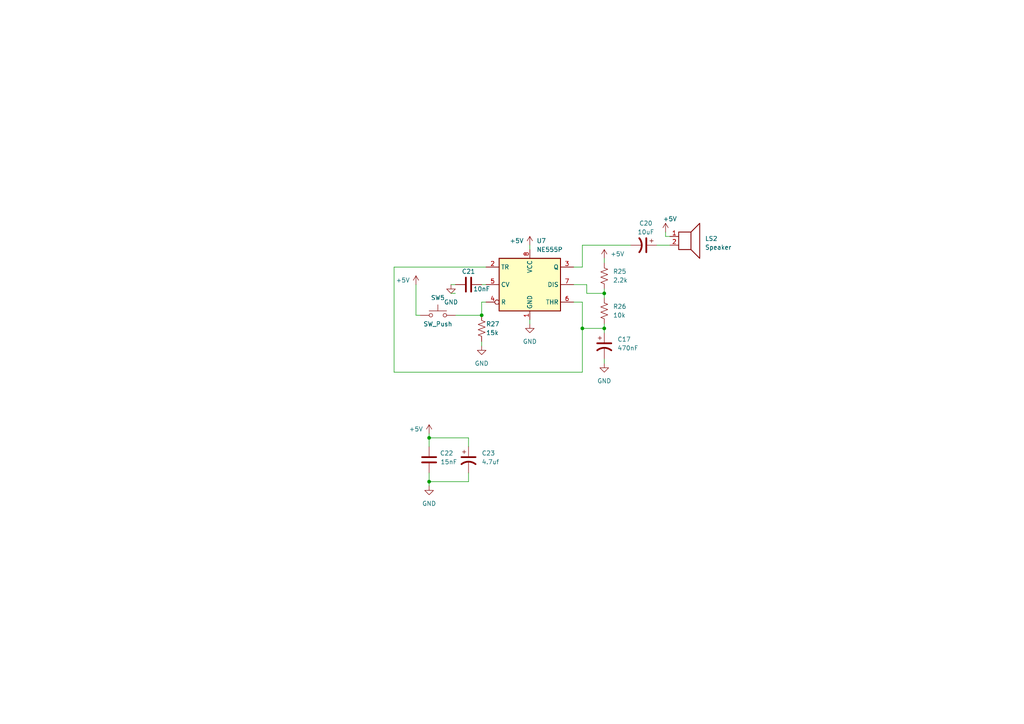
<source format=kicad_sch>
(kicad_sch (version 20230121) (generator eeschema)
  (paper "A4")
  (lib_symbols
    (symbol "Device:C" (pin_numbers hide) (pin_names (offset 0.254))
      (property "Reference" "C" (at 0.635 2.54 0))
      (property "Value" "C" (at 0.635 -2.54 0))
      (symbol "C_0_1"
        (polyline (pts (xy -2.032 -0.762) (xy 2.032 -0.762)) (stroke (width 0.508)))
        (polyline (pts (xy -2.032 0.762) (xy 2.032 0.762)) (stroke (width 0.508)))
      )
      (symbol "C_1_1"
        (pin passive line (at 0 3.81 270) (length 2.794) (name "~") (number "1"))
        (pin passive line (at 0 -3.81 90) (length 2.794) (name "~") (number "2"))
      )
    )
    (symbol "Device:C_Polarized_US" (pin_numbers hide) (pin_names (offset 0.254) hide)
      (property "Reference" "C" (at 0.635 2.54 0))
      (property "Value" "C_Polarized_US" (at 0.635 -2.54 0))
      (symbol "C_Polarized_US_0_1"
        (polyline (pts (xy -2.032 0.762) (xy 2.032 0.762)) (stroke (width 0.508)))
        (polyline (pts (xy -1.778 2.286) (xy -0.762 2.286)))
        (polyline (pts (xy -1.27 1.778) (xy -1.27 2.794)))
        (arc (start 2.032 -1.27) (mid 0 -0.5572) (end -2.032 -1.27) (stroke (width 0.508)))
      )
      (symbol "C_Polarized_US_1_1"
        (pin passive line (at 0 3.81 270) (length 2.794) (name "~") (number "1"))
        (pin passive line (at 0 -3.81 90) (length 3.302) (name "~") (number "2"))
      )
    )
    (symbol "Device:R_US" (pin_numbers hide) (pin_names (offset 0))
      (property "Reference" "R" (at 2.54 0 90))
      (property "Value" "R_US" (at -2.54 0 90))
      (symbol "R_US_0_1"
        (polyline (pts (xy 0 -2.286) (xy 0 -2.54)))
        (polyline (pts (xy 0 2.286) (xy 0 2.54)))
        (polyline (pts (xy 0 -0.762) (xy 1.016 -1.143) (xy 0 -1.524) (xy -1.016 -1.905) (xy 0 -2.286)))
        (polyline (pts (xy 0 0.762) (xy 1.016 0.381) (xy 0 0) (xy -1.016 -0.381) (xy 0 -0.762)))
        (polyline (pts (xy 0 2.286) (xy 1.016 1.905) (xy 0 1.524) (xy -1.016 1.143) (xy 0 0.762)))
      )
      (symbol "R_US_1_1"
        (pin passive line (at 0 3.81 270) (length 1.27) (name "~") (number "1"))
        (pin passive line (at 0 -3.81 90) (length 1.27) (name "~") (number "2"))
      )
    )
    (symbol "Device:Speaker" (pin_names (offset 0) hide)
      (property "Reference" "LS" (at 1.27 5.715 0))
      (property "Value" "Speaker" (at 1.27 3.81 0))
      (symbol "Speaker_0_0"
        (rectangle (start -2.54 1.27) (end 1.016 -3.81) (stroke (width 0.254)))
        (polyline (pts (xy 1.016 1.27) (xy 3.556 3.81) (xy 3.556 -6.35) (xy 1.016 -3.81)) (stroke (width 0.254)))
      )
      (symbol "Speaker_1_1"
        (pin input line (at -5.08 0 0) (length 2.54) (name "1") (number "1"))
        (pin input line (at -5.08 -2.54 0) (length 2.54) (name "2") (number "2"))
      )
    )
    (symbol "Switch:SW_Push" (pin_numbers hide) (pin_names (offset 1.016) hide)
      (property "Reference" "SW" (at 1.27 2.54 0))
      (property "Value" "SW_Push" (at 0 -1.524 0))
      (symbol "SW_Push_0_1"
        (circle (center -2.032 0) (radius 0.508))
        (polyline (pts (xy 0 1.27) (xy 0 3.048)))
        (polyline (pts (xy 2.54 1.27) (xy -2.54 1.27)))
        (circle (center 2.032 0) (radius 0.508))
        (pin passive line (at -5.08 0 0) (length 2.54) (name "1") (number "1"))
        (pin passive line (at 5.08 0 180) (length 2.54) (name "2") (number "2"))
      )
    )
    (symbol "Timer:NE555P"
      (property "Reference" "U" (at -10.16 8.89 0))
      (property "Value" "NE555P" (at 2.54 8.89 0))
      (symbol "NE555P_0_0"
        (pin power_in line (at 0 -10.16 90) (length 2.54) (name "GND") (number "1"))
        (pin power_in line (at 0 10.16 270) (length 2.54) (name "VCC") (number "8"))
      )
      (symbol "NE555P_0_1"
        (rectangle (start -8.89 -7.62) (end 8.89 7.62) (stroke (width 0.254)) (fill (type background)))
        (rectangle (start -8.89 -7.62) (end 8.89 7.62) (stroke (width 0.254)) (fill (type background)))
      )
      (symbol "NE555P_1_1"
        (pin input line (at -12.7 5.08 0) (length 3.81) (name "TR") (number "2"))
        (pin output line (at 12.7 5.08 180) (length 3.81) (name "Q") (number "3"))
        (pin input inverted (at -12.7 -5.08 0) (length 3.81) (name "R") (number "4"))
        (pin input line (at -12.7 0 0) (length 3.81) (name "CV") (number "5"))
        (pin input line (at 12.7 -5.08 180) (length 3.81) (name "THR") (number "6"))
        (pin input line (at 12.7 0 180) (length 3.81) (name "DIS") (number "7"))
      )
    )
    (symbol "power:+5V" (power) (pin_names (offset 0))
      (property "Value" "+5V" (at 0 3.556 0))
      (symbol "+5V_0_1"
        (polyline (pts (xy -0.762 1.27) (xy 0 2.54)))
        (polyline (pts (xy 0 0) (xy 0 2.54)))
        (polyline (pts (xy 0 2.54) (xy 0.762 1.27)))
      )
      (symbol "+5V_1_1"
        (pin power_in line (at 0 0 90) (length 0) hide (name "+5V") (number "1"))
      )
    )
    (symbol "power:GND" (power) (pin_names (offset 0))
      (property "Value" "GND" (at 0 -3.81 0))
      (symbol "GND_0_1"
        (polyline (pts (xy 0 0) (xy 0 -1.27) (xy 1.27 -1.27) (xy 0 -2.54) (xy -1.27 -1.27) (xy 0 -1.27)))
      )
      (symbol "GND_1_1"
        (pin power_in line (at 0 0 270) (length 0) hide (name "GND") (number "1"))
      )
    )
  )
  (junction (at 139.7 91.44))
  (junction (at 175.26 95.25))
  (junction (at 124.46 139.7))
  (junction (at 168.91 95.25))
  (junction (at 124.46 127))
  (junction (at 175.26 85.09))
  (wire (pts (xy 153.67 92.71) (xy 153.67 93.98)))
  (wire (pts (xy 120.65 82.55) (xy 120.65 91.44)))
  (wire (pts (xy 168.91 87.63) (xy 166.37 87.63)))
  (wire (pts (xy 124.46 139.7) (xy 124.46 140.97)))
  (wire (pts (xy 124.46 125.73) (xy 124.46 127)))
  (wire (pts (xy 175.26 95.25) (xy 175.26 96.52)))
  (wire (pts (xy 135.89 127) (xy 135.89 129.54)))
  (wire (pts (xy 194.31 68.58) (xy 193.04 68.58)))
  (wire (pts (xy 193.04 68.58) (xy 193.04 67.31)))
  (wire (pts (xy 168.91 95.25) (xy 168.91 87.63)))
  (wire (pts (xy 175.26 104.14) (xy 175.26 105.41)))
  (wire (pts (xy 175.26 85.09) (xy 175.26 86.36)))
  (wire (pts (xy 140.97 77.47) (xy 114.3 77.47)))
  (wire (pts (xy 114.3 107.95) (xy 168.91 107.95)))
  (wire (pts (xy 130.81 85.09) (xy 132.08 85.09)))
  (wire (pts (xy 132.08 91.44) (xy 139.7 91.44)))
  (wire (pts (xy 168.91 107.95) (xy 168.91 95.25)))
  (wire (pts (xy 121.92 91.44) (xy 120.65 91.44)))
  (wire (pts (xy 139.7 87.63) (xy 139.7 91.44)))
  (wire (pts (xy 190.5 71.12) (xy 194.31 71.12)))
  (wire (pts (xy 168.91 77.47) (xy 168.91 71.12)))
  (wire (pts (xy 124.46 137.16) (xy 124.46 139.7)))
  (wire (pts (xy 175.26 74.93) (xy 175.26 76.2)))
  (wire (pts (xy 139.7 87.63) (xy 140.97 87.63)))
  (wire (pts (xy 168.91 71.12) (xy 182.88 71.12)))
  (wire (pts (xy 124.46 127) (xy 135.89 127)))
  (wire (pts (xy 114.3 77.47) (xy 114.3 107.95)))
  (wire (pts (xy 175.26 95.25) (xy 168.91 95.25)))
  (wire (pts (xy 130.81 82.55) (xy 132.08 82.55)))
  (wire (pts (xy 153.67 71.12) (xy 153.67 72.39)))
  (wire (pts (xy 170.18 85.09) (xy 175.26 85.09)))
  (wire (pts (xy 166.37 82.55) (xy 170.18 82.55)))
  (wire (pts (xy 170.18 82.55) (xy 170.18 85.09)))
  (wire (pts (xy 124.46 129.54) (xy 124.46 127)))
  (wire (pts (xy 139.7 99.06) (xy 139.7 100.33)))
  (wire (pts (xy 139.7 82.55) (xy 140.97 82.55)))
  (wire (pts (xy 175.26 93.98) (xy 175.26 95.25)))
  (wire (pts (xy 135.89 139.7) (xy 135.89 137.16)))
  (wire (pts (xy 175.26 83.82) (xy 175.26 85.09)))
  (wire (pts (xy 124.46 139.7) (xy 135.89 139.7)))
  (wire (pts (xy 166.37 77.47) (xy 168.91 77.47)))
  (symbol (lib_id "Device:R_US") (at 139.7 95.25 0) (unit 1)
    (property "Reference" "R27" (at 140.97 93.98 0) (effects (justify left)))
    (property "Value" "15k" (at 140.97 96.52 0) (effects (justify left)))
  )
  (symbol (lib_id "Switch:SW_Push") (at 127 91.44 0) (unit 1)
    (property "Reference" "SW5" (at 127 86.36 0))
    (property "Value" "SW_Push" (at 127 93.98 0))
  )
  (symbol (lib_id "Device:C") (at 135.89 82.55 270) (unit 1)
    (property "Reference" "C21" (at 135.89 78.74 90))
    (property "Value" "10nF" (at 139.7 83.82 90))
  )
  (symbol (lib_id "power:GND") (at 130.81 82.55 0) (unit 1)
    (property "Reference" "#PWR055" (effects hide))
    (property "Value" "GND" (at 130.81 87.63 0))
  )
  (symbol (lib_id "Device:R_US") (at 175.26 90.17 0) (unit 1)
    (property "Reference" "R26" (at 177.8 88.9 0) (effects (justify left)))
    (property "Value" "10k" (at 177.8 91.44 0) (effects (justify left)))
  )
  (symbol (lib_id "power:+5V") (at 175.26 74.93 0) (unit 1)
    (property "Reference" "#PWR053" (effects hide))
    (property "Value" "+5V" (at 179.07 73.66 0))
  )
  (symbol (lib_id "power:GND") (at 139.7 100.33 0) (unit 1)
    (property "Reference" "#PWR048" (effects hide))
    (property "Value" "GND" (at 139.7 105.41 0))
  )
  (symbol (lib_id "power:+5V") (at 153.67 71.12 0) (unit 1)
    (property "Reference" "#PWR051" (effects hide))
    (property "Value" "+5V" (at 149.86 69.85 0))
  )
  (symbol (lib_id "Device:C_Polarized_US") (at 135.89 133.35 0) (unit 1)
    (property "Reference" "C23" (at 139.7 131.445 0) (effects (justify left)))
    (property "Value" "4.7uf" (at 139.7 133.985 0) (effects (justify left)))
  )
  (symbol (lib_id "power:GND") (at 175.26 105.41 0) (unit 1)
    (property "Reference" "#PWR054" (effects hide))
    (property "Value" "GND" (at 175.26 110.49 0))
  )
  (symbol (lib_id "power:+5V") (at 193.04 67.31 0) (unit 1)
    (property "Reference" "#PWR052" (effects hide))
    (property "Value" "+5V" (at 194.31 63.5 0))
  )
  (symbol (lib_id "Device:Speaker") (at 199.39 68.58 0) (unit 1)
    (property "Reference" "LS2" (at 204.47 69.215 0) (effects (justify left)))
    (property "Value" "Speaker" (at 204.47 71.755 0) (effects (justify left)))
  )
  (symbol (lib_id "power:GND") (at 153.67 93.98 0) (unit 1)
    (property "Reference" "#PWR050" (effects hide))
    (property "Value" "GND" (at 153.67 99.06 0))
  )
  (symbol (lib_id "power:GND") (at 124.46 140.97 0) (unit 1)
    (property "Reference" "#PWR071" (effects hide))
    (property "Value" "GND" (at 124.46 146.05 0))
  )
  (symbol (lib_id "Device:C") (at 124.46 133.35 0) (unit 1)
    (property "Reference" "C22" (at 129.54 131.445 0))
    (property "Value" "15nF" (at 130.175 133.985 0))
  )
  (symbol (lib_id "Device:C_Polarized_US") (at 186.69 71.12 270) (unit 1)
    (property "Reference" "C20" (at 187.325 64.77 90))
    (property "Value" "10uF" (at 187.325 67.31 90))
  )
  (symbol (lib_id "Device:C_Polarized_US") (at 175.26 100.33 0) (unit 1)
    (property "Reference" "C17" (at 179.07 98.425 0) (effects (justify left)))
    (property "Value" "470nF" (at 179.07 100.965 0) (effects (justify left)))
  )
  (symbol (lib_id "power:+5V") (at 124.46 125.73 0) (unit 1)
    (property "Reference" "#PWR072" (effects hide))
    (property "Value" "+5V" (at 120.65 124.46 0))
  )
  (symbol (lib_id "power:+5V") (at 120.65 82.55 0) (unit 1)
    (property "Reference" "#PWR049" (effects hide))
    (property "Value" "+5V" (at 116.84 81.28 0))
  )
  (symbol (lib_id "Timer:NE555P") (at 153.67 82.55 0) (unit 1)
    (property "Reference" "U7" (at 155.6259 69.85 0) (effects (justify left)))
    (property "Value" "NE555P" (at 155.6259 72.39 0) (effects (justify left)))
    (property "Footprint" "Package_DIP:DIP-8_W7.62mm" (effects hide))
    (property "Datasheet" "http://www.ti.com/lit/ds/symlink/ne555.pdf" (effects hide))
  )
  (symbol (lib_id "Device:R_US") (at 175.26 80.01 0) (unit 1)
    (property "Reference" "R25" (at 177.8 78.74 0) (effects (justify left)))
    (property "Value" "2.2k" (at 177.8 81.28 0) (effects (justify left)))
  )
)
</source>
